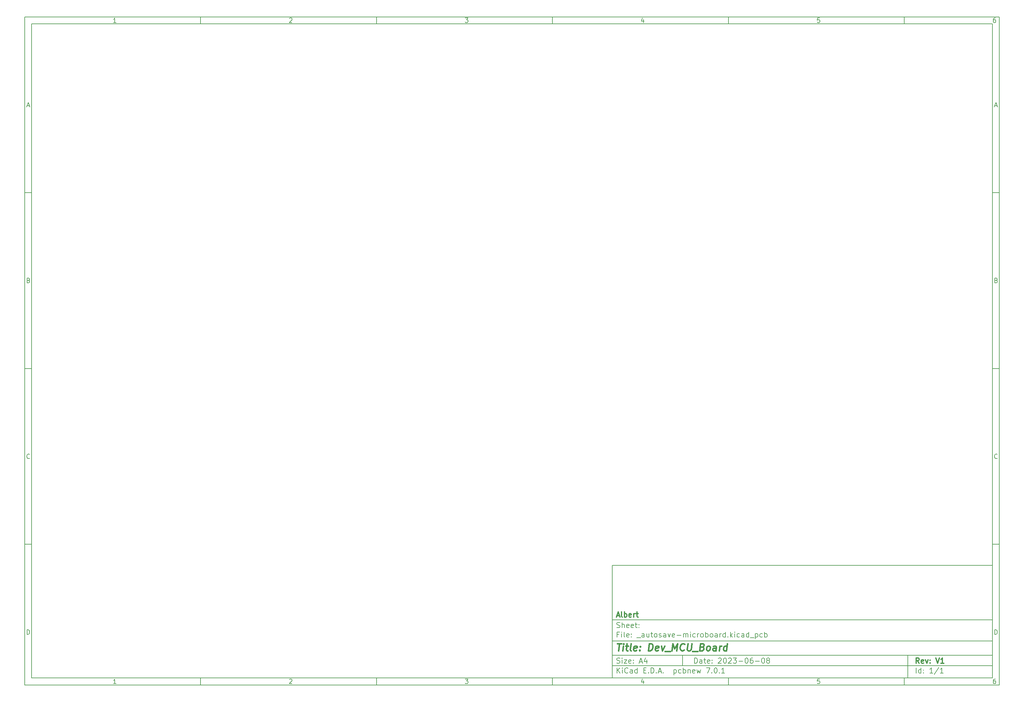
<source format=gbr>
%TF.GenerationSoftware,KiCad,Pcbnew,7.0.1*%
%TF.CreationDate,2023-06-08T12:37:54+02:00*%
%TF.ProjectId,_autosave-microboard,5f617574-6f73-4617-9665-2d6d6963726f,V1*%
%TF.SameCoordinates,Original*%
%TF.FileFunction,Legend,Bot*%
%TF.FilePolarity,Positive*%
%FSLAX46Y46*%
G04 Gerber Fmt 4.6, Leading zero omitted, Abs format (unit mm)*
G04 Created by KiCad (PCBNEW 7.0.1) date 2023-06-08 12:37:54*
%MOMM*%
%LPD*%
G01*
G04 APERTURE LIST*
%ADD10C,0.100000*%
%ADD11C,0.150000*%
%ADD12C,0.300000*%
%ADD13C,0.400000*%
G04 APERTURE END LIST*
D10*
D11*
X177002200Y-166007200D02*
X285002200Y-166007200D01*
X285002200Y-198007200D01*
X177002200Y-198007200D01*
X177002200Y-166007200D01*
D10*
D11*
X10000000Y-10000000D02*
X287002200Y-10000000D01*
X287002200Y-200007200D01*
X10000000Y-200007200D01*
X10000000Y-10000000D01*
D10*
D11*
X12000000Y-12000000D02*
X285002200Y-12000000D01*
X285002200Y-198007200D01*
X12000000Y-198007200D01*
X12000000Y-12000000D01*
D10*
D11*
X60000000Y-12000000D02*
X60000000Y-10000000D01*
D10*
D11*
X110000000Y-12000000D02*
X110000000Y-10000000D01*
D10*
D11*
X160000000Y-12000000D02*
X160000000Y-10000000D01*
D10*
D11*
X210000000Y-12000000D02*
X210000000Y-10000000D01*
D10*
D11*
X260000000Y-12000000D02*
X260000000Y-10000000D01*
D10*
D11*
X35990476Y-11601404D02*
X35247619Y-11601404D01*
X35619047Y-11601404D02*
X35619047Y-10301404D01*
X35619047Y-10301404D02*
X35495238Y-10487119D01*
X35495238Y-10487119D02*
X35371428Y-10610928D01*
X35371428Y-10610928D02*
X35247619Y-10672833D01*
D10*
D11*
X85247619Y-10425214D02*
X85309523Y-10363309D01*
X85309523Y-10363309D02*
X85433333Y-10301404D01*
X85433333Y-10301404D02*
X85742857Y-10301404D01*
X85742857Y-10301404D02*
X85866666Y-10363309D01*
X85866666Y-10363309D02*
X85928571Y-10425214D01*
X85928571Y-10425214D02*
X85990476Y-10549023D01*
X85990476Y-10549023D02*
X85990476Y-10672833D01*
X85990476Y-10672833D02*
X85928571Y-10858547D01*
X85928571Y-10858547D02*
X85185714Y-11601404D01*
X85185714Y-11601404D02*
X85990476Y-11601404D01*
D10*
D11*
X135185714Y-10301404D02*
X135990476Y-10301404D01*
X135990476Y-10301404D02*
X135557142Y-10796642D01*
X135557142Y-10796642D02*
X135742857Y-10796642D01*
X135742857Y-10796642D02*
X135866666Y-10858547D01*
X135866666Y-10858547D02*
X135928571Y-10920452D01*
X135928571Y-10920452D02*
X135990476Y-11044261D01*
X135990476Y-11044261D02*
X135990476Y-11353785D01*
X135990476Y-11353785D02*
X135928571Y-11477595D01*
X135928571Y-11477595D02*
X135866666Y-11539500D01*
X135866666Y-11539500D02*
X135742857Y-11601404D01*
X135742857Y-11601404D02*
X135371428Y-11601404D01*
X135371428Y-11601404D02*
X135247619Y-11539500D01*
X135247619Y-11539500D02*
X135185714Y-11477595D01*
D10*
D11*
X185866666Y-10734738D02*
X185866666Y-11601404D01*
X185557142Y-10239500D02*
X185247619Y-11168071D01*
X185247619Y-11168071D02*
X186052380Y-11168071D01*
D10*
D11*
X235928571Y-10301404D02*
X235309523Y-10301404D01*
X235309523Y-10301404D02*
X235247619Y-10920452D01*
X235247619Y-10920452D02*
X235309523Y-10858547D01*
X235309523Y-10858547D02*
X235433333Y-10796642D01*
X235433333Y-10796642D02*
X235742857Y-10796642D01*
X235742857Y-10796642D02*
X235866666Y-10858547D01*
X235866666Y-10858547D02*
X235928571Y-10920452D01*
X235928571Y-10920452D02*
X235990476Y-11044261D01*
X235990476Y-11044261D02*
X235990476Y-11353785D01*
X235990476Y-11353785D02*
X235928571Y-11477595D01*
X235928571Y-11477595D02*
X235866666Y-11539500D01*
X235866666Y-11539500D02*
X235742857Y-11601404D01*
X235742857Y-11601404D02*
X235433333Y-11601404D01*
X235433333Y-11601404D02*
X235309523Y-11539500D01*
X235309523Y-11539500D02*
X235247619Y-11477595D01*
D10*
D11*
X285866666Y-10301404D02*
X285619047Y-10301404D01*
X285619047Y-10301404D02*
X285495238Y-10363309D01*
X285495238Y-10363309D02*
X285433333Y-10425214D01*
X285433333Y-10425214D02*
X285309523Y-10610928D01*
X285309523Y-10610928D02*
X285247619Y-10858547D01*
X285247619Y-10858547D02*
X285247619Y-11353785D01*
X285247619Y-11353785D02*
X285309523Y-11477595D01*
X285309523Y-11477595D02*
X285371428Y-11539500D01*
X285371428Y-11539500D02*
X285495238Y-11601404D01*
X285495238Y-11601404D02*
X285742857Y-11601404D01*
X285742857Y-11601404D02*
X285866666Y-11539500D01*
X285866666Y-11539500D02*
X285928571Y-11477595D01*
X285928571Y-11477595D02*
X285990476Y-11353785D01*
X285990476Y-11353785D02*
X285990476Y-11044261D01*
X285990476Y-11044261D02*
X285928571Y-10920452D01*
X285928571Y-10920452D02*
X285866666Y-10858547D01*
X285866666Y-10858547D02*
X285742857Y-10796642D01*
X285742857Y-10796642D02*
X285495238Y-10796642D01*
X285495238Y-10796642D02*
X285371428Y-10858547D01*
X285371428Y-10858547D02*
X285309523Y-10920452D01*
X285309523Y-10920452D02*
X285247619Y-11044261D01*
D10*
D11*
X60000000Y-198007200D02*
X60000000Y-200007200D01*
D10*
D11*
X110000000Y-198007200D02*
X110000000Y-200007200D01*
D10*
D11*
X160000000Y-198007200D02*
X160000000Y-200007200D01*
D10*
D11*
X210000000Y-198007200D02*
X210000000Y-200007200D01*
D10*
D11*
X260000000Y-198007200D02*
X260000000Y-200007200D01*
D10*
D11*
X35990476Y-199608604D02*
X35247619Y-199608604D01*
X35619047Y-199608604D02*
X35619047Y-198308604D01*
X35619047Y-198308604D02*
X35495238Y-198494319D01*
X35495238Y-198494319D02*
X35371428Y-198618128D01*
X35371428Y-198618128D02*
X35247619Y-198680033D01*
D10*
D11*
X85247619Y-198432414D02*
X85309523Y-198370509D01*
X85309523Y-198370509D02*
X85433333Y-198308604D01*
X85433333Y-198308604D02*
X85742857Y-198308604D01*
X85742857Y-198308604D02*
X85866666Y-198370509D01*
X85866666Y-198370509D02*
X85928571Y-198432414D01*
X85928571Y-198432414D02*
X85990476Y-198556223D01*
X85990476Y-198556223D02*
X85990476Y-198680033D01*
X85990476Y-198680033D02*
X85928571Y-198865747D01*
X85928571Y-198865747D02*
X85185714Y-199608604D01*
X85185714Y-199608604D02*
X85990476Y-199608604D01*
D10*
D11*
X135185714Y-198308604D02*
X135990476Y-198308604D01*
X135990476Y-198308604D02*
X135557142Y-198803842D01*
X135557142Y-198803842D02*
X135742857Y-198803842D01*
X135742857Y-198803842D02*
X135866666Y-198865747D01*
X135866666Y-198865747D02*
X135928571Y-198927652D01*
X135928571Y-198927652D02*
X135990476Y-199051461D01*
X135990476Y-199051461D02*
X135990476Y-199360985D01*
X135990476Y-199360985D02*
X135928571Y-199484795D01*
X135928571Y-199484795D02*
X135866666Y-199546700D01*
X135866666Y-199546700D02*
X135742857Y-199608604D01*
X135742857Y-199608604D02*
X135371428Y-199608604D01*
X135371428Y-199608604D02*
X135247619Y-199546700D01*
X135247619Y-199546700D02*
X135185714Y-199484795D01*
D10*
D11*
X185866666Y-198741938D02*
X185866666Y-199608604D01*
X185557142Y-198246700D02*
X185247619Y-199175271D01*
X185247619Y-199175271D02*
X186052380Y-199175271D01*
D10*
D11*
X235928571Y-198308604D02*
X235309523Y-198308604D01*
X235309523Y-198308604D02*
X235247619Y-198927652D01*
X235247619Y-198927652D02*
X235309523Y-198865747D01*
X235309523Y-198865747D02*
X235433333Y-198803842D01*
X235433333Y-198803842D02*
X235742857Y-198803842D01*
X235742857Y-198803842D02*
X235866666Y-198865747D01*
X235866666Y-198865747D02*
X235928571Y-198927652D01*
X235928571Y-198927652D02*
X235990476Y-199051461D01*
X235990476Y-199051461D02*
X235990476Y-199360985D01*
X235990476Y-199360985D02*
X235928571Y-199484795D01*
X235928571Y-199484795D02*
X235866666Y-199546700D01*
X235866666Y-199546700D02*
X235742857Y-199608604D01*
X235742857Y-199608604D02*
X235433333Y-199608604D01*
X235433333Y-199608604D02*
X235309523Y-199546700D01*
X235309523Y-199546700D02*
X235247619Y-199484795D01*
D10*
D11*
X285866666Y-198308604D02*
X285619047Y-198308604D01*
X285619047Y-198308604D02*
X285495238Y-198370509D01*
X285495238Y-198370509D02*
X285433333Y-198432414D01*
X285433333Y-198432414D02*
X285309523Y-198618128D01*
X285309523Y-198618128D02*
X285247619Y-198865747D01*
X285247619Y-198865747D02*
X285247619Y-199360985D01*
X285247619Y-199360985D02*
X285309523Y-199484795D01*
X285309523Y-199484795D02*
X285371428Y-199546700D01*
X285371428Y-199546700D02*
X285495238Y-199608604D01*
X285495238Y-199608604D02*
X285742857Y-199608604D01*
X285742857Y-199608604D02*
X285866666Y-199546700D01*
X285866666Y-199546700D02*
X285928571Y-199484795D01*
X285928571Y-199484795D02*
X285990476Y-199360985D01*
X285990476Y-199360985D02*
X285990476Y-199051461D01*
X285990476Y-199051461D02*
X285928571Y-198927652D01*
X285928571Y-198927652D02*
X285866666Y-198865747D01*
X285866666Y-198865747D02*
X285742857Y-198803842D01*
X285742857Y-198803842D02*
X285495238Y-198803842D01*
X285495238Y-198803842D02*
X285371428Y-198865747D01*
X285371428Y-198865747D02*
X285309523Y-198927652D01*
X285309523Y-198927652D02*
X285247619Y-199051461D01*
D10*
D11*
X10000000Y-60000000D02*
X12000000Y-60000000D01*
D10*
D11*
X10000000Y-110000000D02*
X12000000Y-110000000D01*
D10*
D11*
X10000000Y-160000000D02*
X12000000Y-160000000D01*
D10*
D11*
X10690476Y-35229976D02*
X11309523Y-35229976D01*
X10566666Y-35601404D02*
X10999999Y-34301404D01*
X10999999Y-34301404D02*
X11433333Y-35601404D01*
D10*
D11*
X11092857Y-84920452D02*
X11278571Y-84982357D01*
X11278571Y-84982357D02*
X11340476Y-85044261D01*
X11340476Y-85044261D02*
X11402380Y-85168071D01*
X11402380Y-85168071D02*
X11402380Y-85353785D01*
X11402380Y-85353785D02*
X11340476Y-85477595D01*
X11340476Y-85477595D02*
X11278571Y-85539500D01*
X11278571Y-85539500D02*
X11154761Y-85601404D01*
X11154761Y-85601404D02*
X10659523Y-85601404D01*
X10659523Y-85601404D02*
X10659523Y-84301404D01*
X10659523Y-84301404D02*
X11092857Y-84301404D01*
X11092857Y-84301404D02*
X11216666Y-84363309D01*
X11216666Y-84363309D02*
X11278571Y-84425214D01*
X11278571Y-84425214D02*
X11340476Y-84549023D01*
X11340476Y-84549023D02*
X11340476Y-84672833D01*
X11340476Y-84672833D02*
X11278571Y-84796642D01*
X11278571Y-84796642D02*
X11216666Y-84858547D01*
X11216666Y-84858547D02*
X11092857Y-84920452D01*
X11092857Y-84920452D02*
X10659523Y-84920452D01*
D10*
D11*
X11402380Y-135477595D02*
X11340476Y-135539500D01*
X11340476Y-135539500D02*
X11154761Y-135601404D01*
X11154761Y-135601404D02*
X11030952Y-135601404D01*
X11030952Y-135601404D02*
X10845238Y-135539500D01*
X10845238Y-135539500D02*
X10721428Y-135415690D01*
X10721428Y-135415690D02*
X10659523Y-135291880D01*
X10659523Y-135291880D02*
X10597619Y-135044261D01*
X10597619Y-135044261D02*
X10597619Y-134858547D01*
X10597619Y-134858547D02*
X10659523Y-134610928D01*
X10659523Y-134610928D02*
X10721428Y-134487119D01*
X10721428Y-134487119D02*
X10845238Y-134363309D01*
X10845238Y-134363309D02*
X11030952Y-134301404D01*
X11030952Y-134301404D02*
X11154761Y-134301404D01*
X11154761Y-134301404D02*
X11340476Y-134363309D01*
X11340476Y-134363309D02*
X11402380Y-134425214D01*
D10*
D11*
X10659523Y-185601404D02*
X10659523Y-184301404D01*
X10659523Y-184301404D02*
X10969047Y-184301404D01*
X10969047Y-184301404D02*
X11154761Y-184363309D01*
X11154761Y-184363309D02*
X11278571Y-184487119D01*
X11278571Y-184487119D02*
X11340476Y-184610928D01*
X11340476Y-184610928D02*
X11402380Y-184858547D01*
X11402380Y-184858547D02*
X11402380Y-185044261D01*
X11402380Y-185044261D02*
X11340476Y-185291880D01*
X11340476Y-185291880D02*
X11278571Y-185415690D01*
X11278571Y-185415690D02*
X11154761Y-185539500D01*
X11154761Y-185539500D02*
X10969047Y-185601404D01*
X10969047Y-185601404D02*
X10659523Y-185601404D01*
D10*
D11*
X287002200Y-60000000D02*
X285002200Y-60000000D01*
D10*
D11*
X287002200Y-110000000D02*
X285002200Y-110000000D01*
D10*
D11*
X287002200Y-160000000D02*
X285002200Y-160000000D01*
D10*
D11*
X285692676Y-35229976D02*
X286311723Y-35229976D01*
X285568866Y-35601404D02*
X286002199Y-34301404D01*
X286002199Y-34301404D02*
X286435533Y-35601404D01*
D10*
D11*
X286095057Y-84920452D02*
X286280771Y-84982357D01*
X286280771Y-84982357D02*
X286342676Y-85044261D01*
X286342676Y-85044261D02*
X286404580Y-85168071D01*
X286404580Y-85168071D02*
X286404580Y-85353785D01*
X286404580Y-85353785D02*
X286342676Y-85477595D01*
X286342676Y-85477595D02*
X286280771Y-85539500D01*
X286280771Y-85539500D02*
X286156961Y-85601404D01*
X286156961Y-85601404D02*
X285661723Y-85601404D01*
X285661723Y-85601404D02*
X285661723Y-84301404D01*
X285661723Y-84301404D02*
X286095057Y-84301404D01*
X286095057Y-84301404D02*
X286218866Y-84363309D01*
X286218866Y-84363309D02*
X286280771Y-84425214D01*
X286280771Y-84425214D02*
X286342676Y-84549023D01*
X286342676Y-84549023D02*
X286342676Y-84672833D01*
X286342676Y-84672833D02*
X286280771Y-84796642D01*
X286280771Y-84796642D02*
X286218866Y-84858547D01*
X286218866Y-84858547D02*
X286095057Y-84920452D01*
X286095057Y-84920452D02*
X285661723Y-84920452D01*
D10*
D11*
X286404580Y-135477595D02*
X286342676Y-135539500D01*
X286342676Y-135539500D02*
X286156961Y-135601404D01*
X286156961Y-135601404D02*
X286033152Y-135601404D01*
X286033152Y-135601404D02*
X285847438Y-135539500D01*
X285847438Y-135539500D02*
X285723628Y-135415690D01*
X285723628Y-135415690D02*
X285661723Y-135291880D01*
X285661723Y-135291880D02*
X285599819Y-135044261D01*
X285599819Y-135044261D02*
X285599819Y-134858547D01*
X285599819Y-134858547D02*
X285661723Y-134610928D01*
X285661723Y-134610928D02*
X285723628Y-134487119D01*
X285723628Y-134487119D02*
X285847438Y-134363309D01*
X285847438Y-134363309D02*
X286033152Y-134301404D01*
X286033152Y-134301404D02*
X286156961Y-134301404D01*
X286156961Y-134301404D02*
X286342676Y-134363309D01*
X286342676Y-134363309D02*
X286404580Y-134425214D01*
D10*
D11*
X285661723Y-185601404D02*
X285661723Y-184301404D01*
X285661723Y-184301404D02*
X285971247Y-184301404D01*
X285971247Y-184301404D02*
X286156961Y-184363309D01*
X286156961Y-184363309D02*
X286280771Y-184487119D01*
X286280771Y-184487119D02*
X286342676Y-184610928D01*
X286342676Y-184610928D02*
X286404580Y-184858547D01*
X286404580Y-184858547D02*
X286404580Y-185044261D01*
X286404580Y-185044261D02*
X286342676Y-185291880D01*
X286342676Y-185291880D02*
X286280771Y-185415690D01*
X286280771Y-185415690D02*
X286156961Y-185539500D01*
X286156961Y-185539500D02*
X285971247Y-185601404D01*
X285971247Y-185601404D02*
X285661723Y-185601404D01*
D10*
D11*
X200359342Y-193801128D02*
X200359342Y-192301128D01*
X200359342Y-192301128D02*
X200716485Y-192301128D01*
X200716485Y-192301128D02*
X200930771Y-192372557D01*
X200930771Y-192372557D02*
X201073628Y-192515414D01*
X201073628Y-192515414D02*
X201145057Y-192658271D01*
X201145057Y-192658271D02*
X201216485Y-192943985D01*
X201216485Y-192943985D02*
X201216485Y-193158271D01*
X201216485Y-193158271D02*
X201145057Y-193443985D01*
X201145057Y-193443985D02*
X201073628Y-193586842D01*
X201073628Y-193586842D02*
X200930771Y-193729700D01*
X200930771Y-193729700D02*
X200716485Y-193801128D01*
X200716485Y-193801128D02*
X200359342Y-193801128D01*
X202502200Y-193801128D02*
X202502200Y-193015414D01*
X202502200Y-193015414D02*
X202430771Y-192872557D01*
X202430771Y-192872557D02*
X202287914Y-192801128D01*
X202287914Y-192801128D02*
X202002200Y-192801128D01*
X202002200Y-192801128D02*
X201859342Y-192872557D01*
X202502200Y-193729700D02*
X202359342Y-193801128D01*
X202359342Y-193801128D02*
X202002200Y-193801128D01*
X202002200Y-193801128D02*
X201859342Y-193729700D01*
X201859342Y-193729700D02*
X201787914Y-193586842D01*
X201787914Y-193586842D02*
X201787914Y-193443985D01*
X201787914Y-193443985D02*
X201859342Y-193301128D01*
X201859342Y-193301128D02*
X202002200Y-193229700D01*
X202002200Y-193229700D02*
X202359342Y-193229700D01*
X202359342Y-193229700D02*
X202502200Y-193158271D01*
X203002200Y-192801128D02*
X203573628Y-192801128D01*
X203216485Y-192301128D02*
X203216485Y-193586842D01*
X203216485Y-193586842D02*
X203287914Y-193729700D01*
X203287914Y-193729700D02*
X203430771Y-193801128D01*
X203430771Y-193801128D02*
X203573628Y-193801128D01*
X204645057Y-193729700D02*
X204502200Y-193801128D01*
X204502200Y-193801128D02*
X204216486Y-193801128D01*
X204216486Y-193801128D02*
X204073628Y-193729700D01*
X204073628Y-193729700D02*
X204002200Y-193586842D01*
X204002200Y-193586842D02*
X204002200Y-193015414D01*
X204002200Y-193015414D02*
X204073628Y-192872557D01*
X204073628Y-192872557D02*
X204216486Y-192801128D01*
X204216486Y-192801128D02*
X204502200Y-192801128D01*
X204502200Y-192801128D02*
X204645057Y-192872557D01*
X204645057Y-192872557D02*
X204716486Y-193015414D01*
X204716486Y-193015414D02*
X204716486Y-193158271D01*
X204716486Y-193158271D02*
X204002200Y-193301128D01*
X205359342Y-193658271D02*
X205430771Y-193729700D01*
X205430771Y-193729700D02*
X205359342Y-193801128D01*
X205359342Y-193801128D02*
X205287914Y-193729700D01*
X205287914Y-193729700D02*
X205359342Y-193658271D01*
X205359342Y-193658271D02*
X205359342Y-193801128D01*
X205359342Y-192872557D02*
X205430771Y-192943985D01*
X205430771Y-192943985D02*
X205359342Y-193015414D01*
X205359342Y-193015414D02*
X205287914Y-192943985D01*
X205287914Y-192943985D02*
X205359342Y-192872557D01*
X205359342Y-192872557D02*
X205359342Y-193015414D01*
X207145057Y-192443985D02*
X207216485Y-192372557D01*
X207216485Y-192372557D02*
X207359343Y-192301128D01*
X207359343Y-192301128D02*
X207716485Y-192301128D01*
X207716485Y-192301128D02*
X207859343Y-192372557D01*
X207859343Y-192372557D02*
X207930771Y-192443985D01*
X207930771Y-192443985D02*
X208002200Y-192586842D01*
X208002200Y-192586842D02*
X208002200Y-192729700D01*
X208002200Y-192729700D02*
X207930771Y-192943985D01*
X207930771Y-192943985D02*
X207073628Y-193801128D01*
X207073628Y-193801128D02*
X208002200Y-193801128D01*
X208930771Y-192301128D02*
X209073628Y-192301128D01*
X209073628Y-192301128D02*
X209216485Y-192372557D01*
X209216485Y-192372557D02*
X209287914Y-192443985D01*
X209287914Y-192443985D02*
X209359342Y-192586842D01*
X209359342Y-192586842D02*
X209430771Y-192872557D01*
X209430771Y-192872557D02*
X209430771Y-193229700D01*
X209430771Y-193229700D02*
X209359342Y-193515414D01*
X209359342Y-193515414D02*
X209287914Y-193658271D01*
X209287914Y-193658271D02*
X209216485Y-193729700D01*
X209216485Y-193729700D02*
X209073628Y-193801128D01*
X209073628Y-193801128D02*
X208930771Y-193801128D01*
X208930771Y-193801128D02*
X208787914Y-193729700D01*
X208787914Y-193729700D02*
X208716485Y-193658271D01*
X208716485Y-193658271D02*
X208645056Y-193515414D01*
X208645056Y-193515414D02*
X208573628Y-193229700D01*
X208573628Y-193229700D02*
X208573628Y-192872557D01*
X208573628Y-192872557D02*
X208645056Y-192586842D01*
X208645056Y-192586842D02*
X208716485Y-192443985D01*
X208716485Y-192443985D02*
X208787914Y-192372557D01*
X208787914Y-192372557D02*
X208930771Y-192301128D01*
X210002199Y-192443985D02*
X210073627Y-192372557D01*
X210073627Y-192372557D02*
X210216485Y-192301128D01*
X210216485Y-192301128D02*
X210573627Y-192301128D01*
X210573627Y-192301128D02*
X210716485Y-192372557D01*
X210716485Y-192372557D02*
X210787913Y-192443985D01*
X210787913Y-192443985D02*
X210859342Y-192586842D01*
X210859342Y-192586842D02*
X210859342Y-192729700D01*
X210859342Y-192729700D02*
X210787913Y-192943985D01*
X210787913Y-192943985D02*
X209930770Y-193801128D01*
X209930770Y-193801128D02*
X210859342Y-193801128D01*
X211359341Y-192301128D02*
X212287913Y-192301128D01*
X212287913Y-192301128D02*
X211787913Y-192872557D01*
X211787913Y-192872557D02*
X212002198Y-192872557D01*
X212002198Y-192872557D02*
X212145056Y-192943985D01*
X212145056Y-192943985D02*
X212216484Y-193015414D01*
X212216484Y-193015414D02*
X212287913Y-193158271D01*
X212287913Y-193158271D02*
X212287913Y-193515414D01*
X212287913Y-193515414D02*
X212216484Y-193658271D01*
X212216484Y-193658271D02*
X212145056Y-193729700D01*
X212145056Y-193729700D02*
X212002198Y-193801128D01*
X212002198Y-193801128D02*
X211573627Y-193801128D01*
X211573627Y-193801128D02*
X211430770Y-193729700D01*
X211430770Y-193729700D02*
X211359341Y-193658271D01*
X212930769Y-193229700D02*
X214073627Y-193229700D01*
X215073627Y-192301128D02*
X215216484Y-192301128D01*
X215216484Y-192301128D02*
X215359341Y-192372557D01*
X215359341Y-192372557D02*
X215430770Y-192443985D01*
X215430770Y-192443985D02*
X215502198Y-192586842D01*
X215502198Y-192586842D02*
X215573627Y-192872557D01*
X215573627Y-192872557D02*
X215573627Y-193229700D01*
X215573627Y-193229700D02*
X215502198Y-193515414D01*
X215502198Y-193515414D02*
X215430770Y-193658271D01*
X215430770Y-193658271D02*
X215359341Y-193729700D01*
X215359341Y-193729700D02*
X215216484Y-193801128D01*
X215216484Y-193801128D02*
X215073627Y-193801128D01*
X215073627Y-193801128D02*
X214930770Y-193729700D01*
X214930770Y-193729700D02*
X214859341Y-193658271D01*
X214859341Y-193658271D02*
X214787912Y-193515414D01*
X214787912Y-193515414D02*
X214716484Y-193229700D01*
X214716484Y-193229700D02*
X214716484Y-192872557D01*
X214716484Y-192872557D02*
X214787912Y-192586842D01*
X214787912Y-192586842D02*
X214859341Y-192443985D01*
X214859341Y-192443985D02*
X214930770Y-192372557D01*
X214930770Y-192372557D02*
X215073627Y-192301128D01*
X216859341Y-192301128D02*
X216573626Y-192301128D01*
X216573626Y-192301128D02*
X216430769Y-192372557D01*
X216430769Y-192372557D02*
X216359341Y-192443985D01*
X216359341Y-192443985D02*
X216216483Y-192658271D01*
X216216483Y-192658271D02*
X216145055Y-192943985D01*
X216145055Y-192943985D02*
X216145055Y-193515414D01*
X216145055Y-193515414D02*
X216216483Y-193658271D01*
X216216483Y-193658271D02*
X216287912Y-193729700D01*
X216287912Y-193729700D02*
X216430769Y-193801128D01*
X216430769Y-193801128D02*
X216716483Y-193801128D01*
X216716483Y-193801128D02*
X216859341Y-193729700D01*
X216859341Y-193729700D02*
X216930769Y-193658271D01*
X216930769Y-193658271D02*
X217002198Y-193515414D01*
X217002198Y-193515414D02*
X217002198Y-193158271D01*
X217002198Y-193158271D02*
X216930769Y-193015414D01*
X216930769Y-193015414D02*
X216859341Y-192943985D01*
X216859341Y-192943985D02*
X216716483Y-192872557D01*
X216716483Y-192872557D02*
X216430769Y-192872557D01*
X216430769Y-192872557D02*
X216287912Y-192943985D01*
X216287912Y-192943985D02*
X216216483Y-193015414D01*
X216216483Y-193015414D02*
X216145055Y-193158271D01*
X217645054Y-193229700D02*
X218787912Y-193229700D01*
X219787912Y-192301128D02*
X219930769Y-192301128D01*
X219930769Y-192301128D02*
X220073626Y-192372557D01*
X220073626Y-192372557D02*
X220145055Y-192443985D01*
X220145055Y-192443985D02*
X220216483Y-192586842D01*
X220216483Y-192586842D02*
X220287912Y-192872557D01*
X220287912Y-192872557D02*
X220287912Y-193229700D01*
X220287912Y-193229700D02*
X220216483Y-193515414D01*
X220216483Y-193515414D02*
X220145055Y-193658271D01*
X220145055Y-193658271D02*
X220073626Y-193729700D01*
X220073626Y-193729700D02*
X219930769Y-193801128D01*
X219930769Y-193801128D02*
X219787912Y-193801128D01*
X219787912Y-193801128D02*
X219645055Y-193729700D01*
X219645055Y-193729700D02*
X219573626Y-193658271D01*
X219573626Y-193658271D02*
X219502197Y-193515414D01*
X219502197Y-193515414D02*
X219430769Y-193229700D01*
X219430769Y-193229700D02*
X219430769Y-192872557D01*
X219430769Y-192872557D02*
X219502197Y-192586842D01*
X219502197Y-192586842D02*
X219573626Y-192443985D01*
X219573626Y-192443985D02*
X219645055Y-192372557D01*
X219645055Y-192372557D02*
X219787912Y-192301128D01*
X221145054Y-192943985D02*
X221002197Y-192872557D01*
X221002197Y-192872557D02*
X220930768Y-192801128D01*
X220930768Y-192801128D02*
X220859340Y-192658271D01*
X220859340Y-192658271D02*
X220859340Y-192586842D01*
X220859340Y-192586842D02*
X220930768Y-192443985D01*
X220930768Y-192443985D02*
X221002197Y-192372557D01*
X221002197Y-192372557D02*
X221145054Y-192301128D01*
X221145054Y-192301128D02*
X221430768Y-192301128D01*
X221430768Y-192301128D02*
X221573626Y-192372557D01*
X221573626Y-192372557D02*
X221645054Y-192443985D01*
X221645054Y-192443985D02*
X221716483Y-192586842D01*
X221716483Y-192586842D02*
X221716483Y-192658271D01*
X221716483Y-192658271D02*
X221645054Y-192801128D01*
X221645054Y-192801128D02*
X221573626Y-192872557D01*
X221573626Y-192872557D02*
X221430768Y-192943985D01*
X221430768Y-192943985D02*
X221145054Y-192943985D01*
X221145054Y-192943985D02*
X221002197Y-193015414D01*
X221002197Y-193015414D02*
X220930768Y-193086842D01*
X220930768Y-193086842D02*
X220859340Y-193229700D01*
X220859340Y-193229700D02*
X220859340Y-193515414D01*
X220859340Y-193515414D02*
X220930768Y-193658271D01*
X220930768Y-193658271D02*
X221002197Y-193729700D01*
X221002197Y-193729700D02*
X221145054Y-193801128D01*
X221145054Y-193801128D02*
X221430768Y-193801128D01*
X221430768Y-193801128D02*
X221573626Y-193729700D01*
X221573626Y-193729700D02*
X221645054Y-193658271D01*
X221645054Y-193658271D02*
X221716483Y-193515414D01*
X221716483Y-193515414D02*
X221716483Y-193229700D01*
X221716483Y-193229700D02*
X221645054Y-193086842D01*
X221645054Y-193086842D02*
X221573626Y-193015414D01*
X221573626Y-193015414D02*
X221430768Y-192943985D01*
D10*
D11*
X177002200Y-194507200D02*
X285002200Y-194507200D01*
D10*
D11*
X178359342Y-196601128D02*
X178359342Y-195101128D01*
X179216485Y-196601128D02*
X178573628Y-195743985D01*
X179216485Y-195101128D02*
X178359342Y-195958271D01*
X179859342Y-196601128D02*
X179859342Y-195601128D01*
X179859342Y-195101128D02*
X179787914Y-195172557D01*
X179787914Y-195172557D02*
X179859342Y-195243985D01*
X179859342Y-195243985D02*
X179930771Y-195172557D01*
X179930771Y-195172557D02*
X179859342Y-195101128D01*
X179859342Y-195101128D02*
X179859342Y-195243985D01*
X181430771Y-196458271D02*
X181359343Y-196529700D01*
X181359343Y-196529700D02*
X181145057Y-196601128D01*
X181145057Y-196601128D02*
X181002200Y-196601128D01*
X181002200Y-196601128D02*
X180787914Y-196529700D01*
X180787914Y-196529700D02*
X180645057Y-196386842D01*
X180645057Y-196386842D02*
X180573628Y-196243985D01*
X180573628Y-196243985D02*
X180502200Y-195958271D01*
X180502200Y-195958271D02*
X180502200Y-195743985D01*
X180502200Y-195743985D02*
X180573628Y-195458271D01*
X180573628Y-195458271D02*
X180645057Y-195315414D01*
X180645057Y-195315414D02*
X180787914Y-195172557D01*
X180787914Y-195172557D02*
X181002200Y-195101128D01*
X181002200Y-195101128D02*
X181145057Y-195101128D01*
X181145057Y-195101128D02*
X181359343Y-195172557D01*
X181359343Y-195172557D02*
X181430771Y-195243985D01*
X182716486Y-196601128D02*
X182716486Y-195815414D01*
X182716486Y-195815414D02*
X182645057Y-195672557D01*
X182645057Y-195672557D02*
X182502200Y-195601128D01*
X182502200Y-195601128D02*
X182216486Y-195601128D01*
X182216486Y-195601128D02*
X182073628Y-195672557D01*
X182716486Y-196529700D02*
X182573628Y-196601128D01*
X182573628Y-196601128D02*
X182216486Y-196601128D01*
X182216486Y-196601128D02*
X182073628Y-196529700D01*
X182073628Y-196529700D02*
X182002200Y-196386842D01*
X182002200Y-196386842D02*
X182002200Y-196243985D01*
X182002200Y-196243985D02*
X182073628Y-196101128D01*
X182073628Y-196101128D02*
X182216486Y-196029700D01*
X182216486Y-196029700D02*
X182573628Y-196029700D01*
X182573628Y-196029700D02*
X182716486Y-195958271D01*
X184073629Y-196601128D02*
X184073629Y-195101128D01*
X184073629Y-196529700D02*
X183930771Y-196601128D01*
X183930771Y-196601128D02*
X183645057Y-196601128D01*
X183645057Y-196601128D02*
X183502200Y-196529700D01*
X183502200Y-196529700D02*
X183430771Y-196458271D01*
X183430771Y-196458271D02*
X183359343Y-196315414D01*
X183359343Y-196315414D02*
X183359343Y-195886842D01*
X183359343Y-195886842D02*
X183430771Y-195743985D01*
X183430771Y-195743985D02*
X183502200Y-195672557D01*
X183502200Y-195672557D02*
X183645057Y-195601128D01*
X183645057Y-195601128D02*
X183930771Y-195601128D01*
X183930771Y-195601128D02*
X184073629Y-195672557D01*
X185930771Y-195815414D02*
X186430771Y-195815414D01*
X186645057Y-196601128D02*
X185930771Y-196601128D01*
X185930771Y-196601128D02*
X185930771Y-195101128D01*
X185930771Y-195101128D02*
X186645057Y-195101128D01*
X187287914Y-196458271D02*
X187359343Y-196529700D01*
X187359343Y-196529700D02*
X187287914Y-196601128D01*
X187287914Y-196601128D02*
X187216486Y-196529700D01*
X187216486Y-196529700D02*
X187287914Y-196458271D01*
X187287914Y-196458271D02*
X187287914Y-196601128D01*
X188002200Y-196601128D02*
X188002200Y-195101128D01*
X188002200Y-195101128D02*
X188359343Y-195101128D01*
X188359343Y-195101128D02*
X188573629Y-195172557D01*
X188573629Y-195172557D02*
X188716486Y-195315414D01*
X188716486Y-195315414D02*
X188787915Y-195458271D01*
X188787915Y-195458271D02*
X188859343Y-195743985D01*
X188859343Y-195743985D02*
X188859343Y-195958271D01*
X188859343Y-195958271D02*
X188787915Y-196243985D01*
X188787915Y-196243985D02*
X188716486Y-196386842D01*
X188716486Y-196386842D02*
X188573629Y-196529700D01*
X188573629Y-196529700D02*
X188359343Y-196601128D01*
X188359343Y-196601128D02*
X188002200Y-196601128D01*
X189502200Y-196458271D02*
X189573629Y-196529700D01*
X189573629Y-196529700D02*
X189502200Y-196601128D01*
X189502200Y-196601128D02*
X189430772Y-196529700D01*
X189430772Y-196529700D02*
X189502200Y-196458271D01*
X189502200Y-196458271D02*
X189502200Y-196601128D01*
X190145058Y-196172557D02*
X190859344Y-196172557D01*
X190002201Y-196601128D02*
X190502201Y-195101128D01*
X190502201Y-195101128D02*
X191002201Y-196601128D01*
X191502200Y-196458271D02*
X191573629Y-196529700D01*
X191573629Y-196529700D02*
X191502200Y-196601128D01*
X191502200Y-196601128D02*
X191430772Y-196529700D01*
X191430772Y-196529700D02*
X191502200Y-196458271D01*
X191502200Y-196458271D02*
X191502200Y-196601128D01*
X194502200Y-195601128D02*
X194502200Y-197101128D01*
X194502200Y-195672557D02*
X194645058Y-195601128D01*
X194645058Y-195601128D02*
X194930772Y-195601128D01*
X194930772Y-195601128D02*
X195073629Y-195672557D01*
X195073629Y-195672557D02*
X195145058Y-195743985D01*
X195145058Y-195743985D02*
X195216486Y-195886842D01*
X195216486Y-195886842D02*
X195216486Y-196315414D01*
X195216486Y-196315414D02*
X195145058Y-196458271D01*
X195145058Y-196458271D02*
X195073629Y-196529700D01*
X195073629Y-196529700D02*
X194930772Y-196601128D01*
X194930772Y-196601128D02*
X194645058Y-196601128D01*
X194645058Y-196601128D02*
X194502200Y-196529700D01*
X196502201Y-196529700D02*
X196359343Y-196601128D01*
X196359343Y-196601128D02*
X196073629Y-196601128D01*
X196073629Y-196601128D02*
X195930772Y-196529700D01*
X195930772Y-196529700D02*
X195859343Y-196458271D01*
X195859343Y-196458271D02*
X195787915Y-196315414D01*
X195787915Y-196315414D02*
X195787915Y-195886842D01*
X195787915Y-195886842D02*
X195859343Y-195743985D01*
X195859343Y-195743985D02*
X195930772Y-195672557D01*
X195930772Y-195672557D02*
X196073629Y-195601128D01*
X196073629Y-195601128D02*
X196359343Y-195601128D01*
X196359343Y-195601128D02*
X196502201Y-195672557D01*
X197145057Y-196601128D02*
X197145057Y-195101128D01*
X197145057Y-195672557D02*
X197287915Y-195601128D01*
X197287915Y-195601128D02*
X197573629Y-195601128D01*
X197573629Y-195601128D02*
X197716486Y-195672557D01*
X197716486Y-195672557D02*
X197787915Y-195743985D01*
X197787915Y-195743985D02*
X197859343Y-195886842D01*
X197859343Y-195886842D02*
X197859343Y-196315414D01*
X197859343Y-196315414D02*
X197787915Y-196458271D01*
X197787915Y-196458271D02*
X197716486Y-196529700D01*
X197716486Y-196529700D02*
X197573629Y-196601128D01*
X197573629Y-196601128D02*
X197287915Y-196601128D01*
X197287915Y-196601128D02*
X197145057Y-196529700D01*
X198502200Y-195601128D02*
X198502200Y-196601128D01*
X198502200Y-195743985D02*
X198573629Y-195672557D01*
X198573629Y-195672557D02*
X198716486Y-195601128D01*
X198716486Y-195601128D02*
X198930772Y-195601128D01*
X198930772Y-195601128D02*
X199073629Y-195672557D01*
X199073629Y-195672557D02*
X199145058Y-195815414D01*
X199145058Y-195815414D02*
X199145058Y-196601128D01*
X200430772Y-196529700D02*
X200287915Y-196601128D01*
X200287915Y-196601128D02*
X200002201Y-196601128D01*
X200002201Y-196601128D02*
X199859343Y-196529700D01*
X199859343Y-196529700D02*
X199787915Y-196386842D01*
X199787915Y-196386842D02*
X199787915Y-195815414D01*
X199787915Y-195815414D02*
X199859343Y-195672557D01*
X199859343Y-195672557D02*
X200002201Y-195601128D01*
X200002201Y-195601128D02*
X200287915Y-195601128D01*
X200287915Y-195601128D02*
X200430772Y-195672557D01*
X200430772Y-195672557D02*
X200502201Y-195815414D01*
X200502201Y-195815414D02*
X200502201Y-195958271D01*
X200502201Y-195958271D02*
X199787915Y-196101128D01*
X201002200Y-195601128D02*
X201287915Y-196601128D01*
X201287915Y-196601128D02*
X201573629Y-195886842D01*
X201573629Y-195886842D02*
X201859343Y-196601128D01*
X201859343Y-196601128D02*
X202145057Y-195601128D01*
X203716486Y-195101128D02*
X204716486Y-195101128D01*
X204716486Y-195101128D02*
X204073629Y-196601128D01*
X205287914Y-196458271D02*
X205359343Y-196529700D01*
X205359343Y-196529700D02*
X205287914Y-196601128D01*
X205287914Y-196601128D02*
X205216486Y-196529700D01*
X205216486Y-196529700D02*
X205287914Y-196458271D01*
X205287914Y-196458271D02*
X205287914Y-196601128D01*
X206287915Y-195101128D02*
X206430772Y-195101128D01*
X206430772Y-195101128D02*
X206573629Y-195172557D01*
X206573629Y-195172557D02*
X206645058Y-195243985D01*
X206645058Y-195243985D02*
X206716486Y-195386842D01*
X206716486Y-195386842D02*
X206787915Y-195672557D01*
X206787915Y-195672557D02*
X206787915Y-196029700D01*
X206787915Y-196029700D02*
X206716486Y-196315414D01*
X206716486Y-196315414D02*
X206645058Y-196458271D01*
X206645058Y-196458271D02*
X206573629Y-196529700D01*
X206573629Y-196529700D02*
X206430772Y-196601128D01*
X206430772Y-196601128D02*
X206287915Y-196601128D01*
X206287915Y-196601128D02*
X206145058Y-196529700D01*
X206145058Y-196529700D02*
X206073629Y-196458271D01*
X206073629Y-196458271D02*
X206002200Y-196315414D01*
X206002200Y-196315414D02*
X205930772Y-196029700D01*
X205930772Y-196029700D02*
X205930772Y-195672557D01*
X205930772Y-195672557D02*
X206002200Y-195386842D01*
X206002200Y-195386842D02*
X206073629Y-195243985D01*
X206073629Y-195243985D02*
X206145058Y-195172557D01*
X206145058Y-195172557D02*
X206287915Y-195101128D01*
X207430771Y-196458271D02*
X207502200Y-196529700D01*
X207502200Y-196529700D02*
X207430771Y-196601128D01*
X207430771Y-196601128D02*
X207359343Y-196529700D01*
X207359343Y-196529700D02*
X207430771Y-196458271D01*
X207430771Y-196458271D02*
X207430771Y-196601128D01*
X208930772Y-196601128D02*
X208073629Y-196601128D01*
X208502200Y-196601128D02*
X208502200Y-195101128D01*
X208502200Y-195101128D02*
X208359343Y-195315414D01*
X208359343Y-195315414D02*
X208216486Y-195458271D01*
X208216486Y-195458271D02*
X208073629Y-195529700D01*
D10*
D11*
X177002200Y-191507200D02*
X285002200Y-191507200D01*
D10*
D12*
X264216485Y-193801128D02*
X263716485Y-193086842D01*
X263359342Y-193801128D02*
X263359342Y-192301128D01*
X263359342Y-192301128D02*
X263930771Y-192301128D01*
X263930771Y-192301128D02*
X264073628Y-192372557D01*
X264073628Y-192372557D02*
X264145057Y-192443985D01*
X264145057Y-192443985D02*
X264216485Y-192586842D01*
X264216485Y-192586842D02*
X264216485Y-192801128D01*
X264216485Y-192801128D02*
X264145057Y-192943985D01*
X264145057Y-192943985D02*
X264073628Y-193015414D01*
X264073628Y-193015414D02*
X263930771Y-193086842D01*
X263930771Y-193086842D02*
X263359342Y-193086842D01*
X265430771Y-193729700D02*
X265287914Y-193801128D01*
X265287914Y-193801128D02*
X265002200Y-193801128D01*
X265002200Y-193801128D02*
X264859342Y-193729700D01*
X264859342Y-193729700D02*
X264787914Y-193586842D01*
X264787914Y-193586842D02*
X264787914Y-193015414D01*
X264787914Y-193015414D02*
X264859342Y-192872557D01*
X264859342Y-192872557D02*
X265002200Y-192801128D01*
X265002200Y-192801128D02*
X265287914Y-192801128D01*
X265287914Y-192801128D02*
X265430771Y-192872557D01*
X265430771Y-192872557D02*
X265502200Y-193015414D01*
X265502200Y-193015414D02*
X265502200Y-193158271D01*
X265502200Y-193158271D02*
X264787914Y-193301128D01*
X266002199Y-192801128D02*
X266359342Y-193801128D01*
X266359342Y-193801128D02*
X266716485Y-192801128D01*
X267287913Y-193658271D02*
X267359342Y-193729700D01*
X267359342Y-193729700D02*
X267287913Y-193801128D01*
X267287913Y-193801128D02*
X267216485Y-193729700D01*
X267216485Y-193729700D02*
X267287913Y-193658271D01*
X267287913Y-193658271D02*
X267287913Y-193801128D01*
X267287913Y-192872557D02*
X267359342Y-192943985D01*
X267359342Y-192943985D02*
X267287913Y-193015414D01*
X267287913Y-193015414D02*
X267216485Y-192943985D01*
X267216485Y-192943985D02*
X267287913Y-192872557D01*
X267287913Y-192872557D02*
X267287913Y-193015414D01*
X268930771Y-192301128D02*
X269430771Y-193801128D01*
X269430771Y-193801128D02*
X269930771Y-192301128D01*
X271216485Y-193801128D02*
X270359342Y-193801128D01*
X270787913Y-193801128D02*
X270787913Y-192301128D01*
X270787913Y-192301128D02*
X270645056Y-192515414D01*
X270645056Y-192515414D02*
X270502199Y-192658271D01*
X270502199Y-192658271D02*
X270359342Y-192729700D01*
D10*
D11*
X178287914Y-193729700D02*
X178502200Y-193801128D01*
X178502200Y-193801128D02*
X178859342Y-193801128D01*
X178859342Y-193801128D02*
X179002200Y-193729700D01*
X179002200Y-193729700D02*
X179073628Y-193658271D01*
X179073628Y-193658271D02*
X179145057Y-193515414D01*
X179145057Y-193515414D02*
X179145057Y-193372557D01*
X179145057Y-193372557D02*
X179073628Y-193229700D01*
X179073628Y-193229700D02*
X179002200Y-193158271D01*
X179002200Y-193158271D02*
X178859342Y-193086842D01*
X178859342Y-193086842D02*
X178573628Y-193015414D01*
X178573628Y-193015414D02*
X178430771Y-192943985D01*
X178430771Y-192943985D02*
X178359342Y-192872557D01*
X178359342Y-192872557D02*
X178287914Y-192729700D01*
X178287914Y-192729700D02*
X178287914Y-192586842D01*
X178287914Y-192586842D02*
X178359342Y-192443985D01*
X178359342Y-192443985D02*
X178430771Y-192372557D01*
X178430771Y-192372557D02*
X178573628Y-192301128D01*
X178573628Y-192301128D02*
X178930771Y-192301128D01*
X178930771Y-192301128D02*
X179145057Y-192372557D01*
X179787913Y-193801128D02*
X179787913Y-192801128D01*
X179787913Y-192301128D02*
X179716485Y-192372557D01*
X179716485Y-192372557D02*
X179787913Y-192443985D01*
X179787913Y-192443985D02*
X179859342Y-192372557D01*
X179859342Y-192372557D02*
X179787913Y-192301128D01*
X179787913Y-192301128D02*
X179787913Y-192443985D01*
X180359342Y-192801128D02*
X181145057Y-192801128D01*
X181145057Y-192801128D02*
X180359342Y-193801128D01*
X180359342Y-193801128D02*
X181145057Y-193801128D01*
X182287914Y-193729700D02*
X182145057Y-193801128D01*
X182145057Y-193801128D02*
X181859343Y-193801128D01*
X181859343Y-193801128D02*
X181716485Y-193729700D01*
X181716485Y-193729700D02*
X181645057Y-193586842D01*
X181645057Y-193586842D02*
X181645057Y-193015414D01*
X181645057Y-193015414D02*
X181716485Y-192872557D01*
X181716485Y-192872557D02*
X181859343Y-192801128D01*
X181859343Y-192801128D02*
X182145057Y-192801128D01*
X182145057Y-192801128D02*
X182287914Y-192872557D01*
X182287914Y-192872557D02*
X182359343Y-193015414D01*
X182359343Y-193015414D02*
X182359343Y-193158271D01*
X182359343Y-193158271D02*
X181645057Y-193301128D01*
X183002199Y-193658271D02*
X183073628Y-193729700D01*
X183073628Y-193729700D02*
X183002199Y-193801128D01*
X183002199Y-193801128D02*
X182930771Y-193729700D01*
X182930771Y-193729700D02*
X183002199Y-193658271D01*
X183002199Y-193658271D02*
X183002199Y-193801128D01*
X183002199Y-192872557D02*
X183073628Y-192943985D01*
X183073628Y-192943985D02*
X183002199Y-193015414D01*
X183002199Y-193015414D02*
X182930771Y-192943985D01*
X182930771Y-192943985D02*
X183002199Y-192872557D01*
X183002199Y-192872557D02*
X183002199Y-193015414D01*
X184787914Y-193372557D02*
X185502200Y-193372557D01*
X184645057Y-193801128D02*
X185145057Y-192301128D01*
X185145057Y-192301128D02*
X185645057Y-193801128D01*
X186787914Y-192801128D02*
X186787914Y-193801128D01*
X186430771Y-192229700D02*
X186073628Y-193301128D01*
X186073628Y-193301128D02*
X187002199Y-193301128D01*
D10*
D11*
X263359342Y-196601128D02*
X263359342Y-195101128D01*
X264716486Y-196601128D02*
X264716486Y-195101128D01*
X264716486Y-196529700D02*
X264573628Y-196601128D01*
X264573628Y-196601128D02*
X264287914Y-196601128D01*
X264287914Y-196601128D02*
X264145057Y-196529700D01*
X264145057Y-196529700D02*
X264073628Y-196458271D01*
X264073628Y-196458271D02*
X264002200Y-196315414D01*
X264002200Y-196315414D02*
X264002200Y-195886842D01*
X264002200Y-195886842D02*
X264073628Y-195743985D01*
X264073628Y-195743985D02*
X264145057Y-195672557D01*
X264145057Y-195672557D02*
X264287914Y-195601128D01*
X264287914Y-195601128D02*
X264573628Y-195601128D01*
X264573628Y-195601128D02*
X264716486Y-195672557D01*
X265430771Y-196458271D02*
X265502200Y-196529700D01*
X265502200Y-196529700D02*
X265430771Y-196601128D01*
X265430771Y-196601128D02*
X265359343Y-196529700D01*
X265359343Y-196529700D02*
X265430771Y-196458271D01*
X265430771Y-196458271D02*
X265430771Y-196601128D01*
X265430771Y-195672557D02*
X265502200Y-195743985D01*
X265502200Y-195743985D02*
X265430771Y-195815414D01*
X265430771Y-195815414D02*
X265359343Y-195743985D01*
X265359343Y-195743985D02*
X265430771Y-195672557D01*
X265430771Y-195672557D02*
X265430771Y-195815414D01*
X268073629Y-196601128D02*
X267216486Y-196601128D01*
X267645057Y-196601128D02*
X267645057Y-195101128D01*
X267645057Y-195101128D02*
X267502200Y-195315414D01*
X267502200Y-195315414D02*
X267359343Y-195458271D01*
X267359343Y-195458271D02*
X267216486Y-195529700D01*
X269787914Y-195029700D02*
X268502200Y-196958271D01*
X271073629Y-196601128D02*
X270216486Y-196601128D01*
X270645057Y-196601128D02*
X270645057Y-195101128D01*
X270645057Y-195101128D02*
X270502200Y-195315414D01*
X270502200Y-195315414D02*
X270359343Y-195458271D01*
X270359343Y-195458271D02*
X270216486Y-195529700D01*
D10*
D11*
X177002200Y-187507200D02*
X285002200Y-187507200D01*
D10*
D13*
X178430771Y-188232438D02*
X179573628Y-188232438D01*
X178752200Y-190232438D02*
X179002200Y-188232438D01*
X179978390Y-190232438D02*
X180145057Y-188899104D01*
X180228390Y-188232438D02*
X180121247Y-188327676D01*
X180121247Y-188327676D02*
X180204581Y-188422914D01*
X180204581Y-188422914D02*
X180311724Y-188327676D01*
X180311724Y-188327676D02*
X180228390Y-188232438D01*
X180228390Y-188232438D02*
X180204581Y-188422914D01*
X180799819Y-188899104D02*
X181561723Y-188899104D01*
X181168866Y-188232438D02*
X180954581Y-189946723D01*
X180954581Y-189946723D02*
X181026009Y-190137200D01*
X181026009Y-190137200D02*
X181204581Y-190232438D01*
X181204581Y-190232438D02*
X181395057Y-190232438D01*
X182335533Y-190232438D02*
X182156961Y-190137200D01*
X182156961Y-190137200D02*
X182085533Y-189946723D01*
X182085533Y-189946723D02*
X182299818Y-188232438D01*
X183859342Y-190137200D02*
X183656961Y-190232438D01*
X183656961Y-190232438D02*
X183276008Y-190232438D01*
X183276008Y-190232438D02*
X183097437Y-190137200D01*
X183097437Y-190137200D02*
X183026008Y-189946723D01*
X183026008Y-189946723D02*
X183121247Y-189184819D01*
X183121247Y-189184819D02*
X183240294Y-188994342D01*
X183240294Y-188994342D02*
X183442675Y-188899104D01*
X183442675Y-188899104D02*
X183823627Y-188899104D01*
X183823627Y-188899104D02*
X184002199Y-188994342D01*
X184002199Y-188994342D02*
X184073627Y-189184819D01*
X184073627Y-189184819D02*
X184049818Y-189375295D01*
X184049818Y-189375295D02*
X183073627Y-189565771D01*
X184811723Y-190041961D02*
X184895056Y-190137200D01*
X184895056Y-190137200D02*
X184787913Y-190232438D01*
X184787913Y-190232438D02*
X184704580Y-190137200D01*
X184704580Y-190137200D02*
X184811723Y-190041961D01*
X184811723Y-190041961D02*
X184787913Y-190232438D01*
X184942675Y-188994342D02*
X185026008Y-189089580D01*
X185026008Y-189089580D02*
X184918866Y-189184819D01*
X184918866Y-189184819D02*
X184835532Y-189089580D01*
X184835532Y-189089580D02*
X184942675Y-188994342D01*
X184942675Y-188994342D02*
X184918866Y-189184819D01*
X187252199Y-190232438D02*
X187502199Y-188232438D01*
X187502199Y-188232438D02*
X187978390Y-188232438D01*
X187978390Y-188232438D02*
X188252199Y-188327676D01*
X188252199Y-188327676D02*
X188418866Y-188518152D01*
X188418866Y-188518152D02*
X188490294Y-188708628D01*
X188490294Y-188708628D02*
X188537914Y-189089580D01*
X188537914Y-189089580D02*
X188502199Y-189375295D01*
X188502199Y-189375295D02*
X188359342Y-189756247D01*
X188359342Y-189756247D02*
X188240294Y-189946723D01*
X188240294Y-189946723D02*
X188026009Y-190137200D01*
X188026009Y-190137200D02*
X187728390Y-190232438D01*
X187728390Y-190232438D02*
X187252199Y-190232438D01*
X190014104Y-190137200D02*
X189811723Y-190232438D01*
X189811723Y-190232438D02*
X189430770Y-190232438D01*
X189430770Y-190232438D02*
X189252199Y-190137200D01*
X189252199Y-190137200D02*
X189180770Y-189946723D01*
X189180770Y-189946723D02*
X189276009Y-189184819D01*
X189276009Y-189184819D02*
X189395056Y-188994342D01*
X189395056Y-188994342D02*
X189597437Y-188899104D01*
X189597437Y-188899104D02*
X189978389Y-188899104D01*
X189978389Y-188899104D02*
X190156961Y-188994342D01*
X190156961Y-188994342D02*
X190228389Y-189184819D01*
X190228389Y-189184819D02*
X190204580Y-189375295D01*
X190204580Y-189375295D02*
X189228389Y-189565771D01*
X190918866Y-188899104D02*
X191228390Y-190232438D01*
X191228390Y-190232438D02*
X191871247Y-188899104D01*
X191954580Y-190422914D02*
X193478390Y-190422914D01*
X193942675Y-190232438D02*
X194192675Y-188232438D01*
X194192675Y-188232438D02*
X194680770Y-189661009D01*
X194680770Y-189661009D02*
X195526009Y-188232438D01*
X195526009Y-188232438D02*
X195276009Y-190232438D01*
X197383152Y-190041961D02*
X197276009Y-190137200D01*
X197276009Y-190137200D02*
X196978390Y-190232438D01*
X196978390Y-190232438D02*
X196787914Y-190232438D01*
X196787914Y-190232438D02*
X196514104Y-190137200D01*
X196514104Y-190137200D02*
X196347438Y-189946723D01*
X196347438Y-189946723D02*
X196276009Y-189756247D01*
X196276009Y-189756247D02*
X196228390Y-189375295D01*
X196228390Y-189375295D02*
X196264104Y-189089580D01*
X196264104Y-189089580D02*
X196406961Y-188708628D01*
X196406961Y-188708628D02*
X196526009Y-188518152D01*
X196526009Y-188518152D02*
X196740295Y-188327676D01*
X196740295Y-188327676D02*
X197037914Y-188232438D01*
X197037914Y-188232438D02*
X197228390Y-188232438D01*
X197228390Y-188232438D02*
X197502200Y-188327676D01*
X197502200Y-188327676D02*
X197585533Y-188422914D01*
X198454580Y-188232438D02*
X198252199Y-189851485D01*
X198252199Y-189851485D02*
X198323628Y-190041961D01*
X198323628Y-190041961D02*
X198406961Y-190137200D01*
X198406961Y-190137200D02*
X198585533Y-190232438D01*
X198585533Y-190232438D02*
X198966485Y-190232438D01*
X198966485Y-190232438D02*
X199168866Y-190137200D01*
X199168866Y-190137200D02*
X199276009Y-190041961D01*
X199276009Y-190041961D02*
X199395056Y-189851485D01*
X199395056Y-189851485D02*
X199597437Y-188232438D01*
X199787913Y-190422914D02*
X201311723Y-190422914D01*
X202573627Y-189184819D02*
X202847437Y-189280057D01*
X202847437Y-189280057D02*
X202930770Y-189375295D01*
X202930770Y-189375295D02*
X203002199Y-189565771D01*
X203002199Y-189565771D02*
X202966484Y-189851485D01*
X202966484Y-189851485D02*
X202847437Y-190041961D01*
X202847437Y-190041961D02*
X202740294Y-190137200D01*
X202740294Y-190137200D02*
X202537913Y-190232438D01*
X202537913Y-190232438D02*
X201776008Y-190232438D01*
X201776008Y-190232438D02*
X202026008Y-188232438D01*
X202026008Y-188232438D02*
X202692675Y-188232438D01*
X202692675Y-188232438D02*
X202871246Y-188327676D01*
X202871246Y-188327676D02*
X202954580Y-188422914D01*
X202954580Y-188422914D02*
X203026008Y-188613390D01*
X203026008Y-188613390D02*
X203002199Y-188803866D01*
X203002199Y-188803866D02*
X202883151Y-188994342D01*
X202883151Y-188994342D02*
X202776008Y-189089580D01*
X202776008Y-189089580D02*
X202573627Y-189184819D01*
X202573627Y-189184819D02*
X201906961Y-189184819D01*
X204049818Y-190232438D02*
X203871246Y-190137200D01*
X203871246Y-190137200D02*
X203787913Y-190041961D01*
X203787913Y-190041961D02*
X203716484Y-189851485D01*
X203716484Y-189851485D02*
X203787913Y-189280057D01*
X203787913Y-189280057D02*
X203906960Y-189089580D01*
X203906960Y-189089580D02*
X204014103Y-188994342D01*
X204014103Y-188994342D02*
X204216484Y-188899104D01*
X204216484Y-188899104D02*
X204502198Y-188899104D01*
X204502198Y-188899104D02*
X204680770Y-188994342D01*
X204680770Y-188994342D02*
X204764103Y-189089580D01*
X204764103Y-189089580D02*
X204835532Y-189280057D01*
X204835532Y-189280057D02*
X204764103Y-189851485D01*
X204764103Y-189851485D02*
X204645056Y-190041961D01*
X204645056Y-190041961D02*
X204537913Y-190137200D01*
X204537913Y-190137200D02*
X204335532Y-190232438D01*
X204335532Y-190232438D02*
X204049818Y-190232438D01*
X206418865Y-190232438D02*
X206549817Y-189184819D01*
X206549817Y-189184819D02*
X206478389Y-188994342D01*
X206478389Y-188994342D02*
X206299817Y-188899104D01*
X206299817Y-188899104D02*
X205918865Y-188899104D01*
X205918865Y-188899104D02*
X205716484Y-188994342D01*
X206430770Y-190137200D02*
X206228389Y-190232438D01*
X206228389Y-190232438D02*
X205752198Y-190232438D01*
X205752198Y-190232438D02*
X205573627Y-190137200D01*
X205573627Y-190137200D02*
X205502198Y-189946723D01*
X205502198Y-189946723D02*
X205526008Y-189756247D01*
X205526008Y-189756247D02*
X205645056Y-189565771D01*
X205645056Y-189565771D02*
X205847437Y-189470533D01*
X205847437Y-189470533D02*
X206323627Y-189470533D01*
X206323627Y-189470533D02*
X206526008Y-189375295D01*
X207359341Y-190232438D02*
X207526008Y-188899104D01*
X207478389Y-189280057D02*
X207597436Y-189089580D01*
X207597436Y-189089580D02*
X207704579Y-188994342D01*
X207704579Y-188994342D02*
X207906960Y-188899104D01*
X207906960Y-188899104D02*
X208097436Y-188899104D01*
X209442674Y-190232438D02*
X209692674Y-188232438D01*
X209454579Y-190137200D02*
X209252198Y-190232438D01*
X209252198Y-190232438D02*
X208871246Y-190232438D01*
X208871246Y-190232438D02*
X208692674Y-190137200D01*
X208692674Y-190137200D02*
X208609341Y-190041961D01*
X208609341Y-190041961D02*
X208537912Y-189851485D01*
X208537912Y-189851485D02*
X208609341Y-189280057D01*
X208609341Y-189280057D02*
X208728388Y-189089580D01*
X208728388Y-189089580D02*
X208835531Y-188994342D01*
X208835531Y-188994342D02*
X209037912Y-188899104D01*
X209037912Y-188899104D02*
X209418865Y-188899104D01*
X209418865Y-188899104D02*
X209597436Y-188994342D01*
D10*
D11*
X178859342Y-185615414D02*
X178359342Y-185615414D01*
X178359342Y-186401128D02*
X178359342Y-184901128D01*
X178359342Y-184901128D02*
X179073628Y-184901128D01*
X179645056Y-186401128D02*
X179645056Y-185401128D01*
X179645056Y-184901128D02*
X179573628Y-184972557D01*
X179573628Y-184972557D02*
X179645056Y-185043985D01*
X179645056Y-185043985D02*
X179716485Y-184972557D01*
X179716485Y-184972557D02*
X179645056Y-184901128D01*
X179645056Y-184901128D02*
X179645056Y-185043985D01*
X180573628Y-186401128D02*
X180430771Y-186329700D01*
X180430771Y-186329700D02*
X180359342Y-186186842D01*
X180359342Y-186186842D02*
X180359342Y-184901128D01*
X181716485Y-186329700D02*
X181573628Y-186401128D01*
X181573628Y-186401128D02*
X181287914Y-186401128D01*
X181287914Y-186401128D02*
X181145056Y-186329700D01*
X181145056Y-186329700D02*
X181073628Y-186186842D01*
X181073628Y-186186842D02*
X181073628Y-185615414D01*
X181073628Y-185615414D02*
X181145056Y-185472557D01*
X181145056Y-185472557D02*
X181287914Y-185401128D01*
X181287914Y-185401128D02*
X181573628Y-185401128D01*
X181573628Y-185401128D02*
X181716485Y-185472557D01*
X181716485Y-185472557D02*
X181787914Y-185615414D01*
X181787914Y-185615414D02*
X181787914Y-185758271D01*
X181787914Y-185758271D02*
X181073628Y-185901128D01*
X182430770Y-186258271D02*
X182502199Y-186329700D01*
X182502199Y-186329700D02*
X182430770Y-186401128D01*
X182430770Y-186401128D02*
X182359342Y-186329700D01*
X182359342Y-186329700D02*
X182430770Y-186258271D01*
X182430770Y-186258271D02*
X182430770Y-186401128D01*
X182430770Y-185472557D02*
X182502199Y-185543985D01*
X182502199Y-185543985D02*
X182430770Y-185615414D01*
X182430770Y-185615414D02*
X182359342Y-185543985D01*
X182359342Y-185543985D02*
X182430770Y-185472557D01*
X182430770Y-185472557D02*
X182430770Y-185615414D01*
X183930771Y-186543985D02*
X185073628Y-186543985D01*
X186073628Y-186401128D02*
X186073628Y-185615414D01*
X186073628Y-185615414D02*
X186002199Y-185472557D01*
X186002199Y-185472557D02*
X185859342Y-185401128D01*
X185859342Y-185401128D02*
X185573628Y-185401128D01*
X185573628Y-185401128D02*
X185430770Y-185472557D01*
X186073628Y-186329700D02*
X185930770Y-186401128D01*
X185930770Y-186401128D02*
X185573628Y-186401128D01*
X185573628Y-186401128D02*
X185430770Y-186329700D01*
X185430770Y-186329700D02*
X185359342Y-186186842D01*
X185359342Y-186186842D02*
X185359342Y-186043985D01*
X185359342Y-186043985D02*
X185430770Y-185901128D01*
X185430770Y-185901128D02*
X185573628Y-185829700D01*
X185573628Y-185829700D02*
X185930770Y-185829700D01*
X185930770Y-185829700D02*
X186073628Y-185758271D01*
X187430771Y-185401128D02*
X187430771Y-186401128D01*
X186787913Y-185401128D02*
X186787913Y-186186842D01*
X186787913Y-186186842D02*
X186859342Y-186329700D01*
X186859342Y-186329700D02*
X187002199Y-186401128D01*
X187002199Y-186401128D02*
X187216485Y-186401128D01*
X187216485Y-186401128D02*
X187359342Y-186329700D01*
X187359342Y-186329700D02*
X187430771Y-186258271D01*
X187930771Y-185401128D02*
X188502199Y-185401128D01*
X188145056Y-184901128D02*
X188145056Y-186186842D01*
X188145056Y-186186842D02*
X188216485Y-186329700D01*
X188216485Y-186329700D02*
X188359342Y-186401128D01*
X188359342Y-186401128D02*
X188502199Y-186401128D01*
X189216485Y-186401128D02*
X189073628Y-186329700D01*
X189073628Y-186329700D02*
X189002199Y-186258271D01*
X189002199Y-186258271D02*
X188930771Y-186115414D01*
X188930771Y-186115414D02*
X188930771Y-185686842D01*
X188930771Y-185686842D02*
X189002199Y-185543985D01*
X189002199Y-185543985D02*
X189073628Y-185472557D01*
X189073628Y-185472557D02*
X189216485Y-185401128D01*
X189216485Y-185401128D02*
X189430771Y-185401128D01*
X189430771Y-185401128D02*
X189573628Y-185472557D01*
X189573628Y-185472557D02*
X189645057Y-185543985D01*
X189645057Y-185543985D02*
X189716485Y-185686842D01*
X189716485Y-185686842D02*
X189716485Y-186115414D01*
X189716485Y-186115414D02*
X189645057Y-186258271D01*
X189645057Y-186258271D02*
X189573628Y-186329700D01*
X189573628Y-186329700D02*
X189430771Y-186401128D01*
X189430771Y-186401128D02*
X189216485Y-186401128D01*
X190287914Y-186329700D02*
X190430771Y-186401128D01*
X190430771Y-186401128D02*
X190716485Y-186401128D01*
X190716485Y-186401128D02*
X190859342Y-186329700D01*
X190859342Y-186329700D02*
X190930771Y-186186842D01*
X190930771Y-186186842D02*
X190930771Y-186115414D01*
X190930771Y-186115414D02*
X190859342Y-185972557D01*
X190859342Y-185972557D02*
X190716485Y-185901128D01*
X190716485Y-185901128D02*
X190502200Y-185901128D01*
X190502200Y-185901128D02*
X190359342Y-185829700D01*
X190359342Y-185829700D02*
X190287914Y-185686842D01*
X190287914Y-185686842D02*
X190287914Y-185615414D01*
X190287914Y-185615414D02*
X190359342Y-185472557D01*
X190359342Y-185472557D02*
X190502200Y-185401128D01*
X190502200Y-185401128D02*
X190716485Y-185401128D01*
X190716485Y-185401128D02*
X190859342Y-185472557D01*
X192216486Y-186401128D02*
X192216486Y-185615414D01*
X192216486Y-185615414D02*
X192145057Y-185472557D01*
X192145057Y-185472557D02*
X192002200Y-185401128D01*
X192002200Y-185401128D02*
X191716486Y-185401128D01*
X191716486Y-185401128D02*
X191573628Y-185472557D01*
X192216486Y-186329700D02*
X192073628Y-186401128D01*
X192073628Y-186401128D02*
X191716486Y-186401128D01*
X191716486Y-186401128D02*
X191573628Y-186329700D01*
X191573628Y-186329700D02*
X191502200Y-186186842D01*
X191502200Y-186186842D02*
X191502200Y-186043985D01*
X191502200Y-186043985D02*
X191573628Y-185901128D01*
X191573628Y-185901128D02*
X191716486Y-185829700D01*
X191716486Y-185829700D02*
X192073628Y-185829700D01*
X192073628Y-185829700D02*
X192216486Y-185758271D01*
X192787914Y-185401128D02*
X193145057Y-186401128D01*
X193145057Y-186401128D02*
X193502200Y-185401128D01*
X194645057Y-186329700D02*
X194502200Y-186401128D01*
X194502200Y-186401128D02*
X194216486Y-186401128D01*
X194216486Y-186401128D02*
X194073628Y-186329700D01*
X194073628Y-186329700D02*
X194002200Y-186186842D01*
X194002200Y-186186842D02*
X194002200Y-185615414D01*
X194002200Y-185615414D02*
X194073628Y-185472557D01*
X194073628Y-185472557D02*
X194216486Y-185401128D01*
X194216486Y-185401128D02*
X194502200Y-185401128D01*
X194502200Y-185401128D02*
X194645057Y-185472557D01*
X194645057Y-185472557D02*
X194716486Y-185615414D01*
X194716486Y-185615414D02*
X194716486Y-185758271D01*
X194716486Y-185758271D02*
X194002200Y-185901128D01*
X195359342Y-185829700D02*
X196502200Y-185829700D01*
X197216485Y-186401128D02*
X197216485Y-185401128D01*
X197216485Y-185543985D02*
X197287914Y-185472557D01*
X197287914Y-185472557D02*
X197430771Y-185401128D01*
X197430771Y-185401128D02*
X197645057Y-185401128D01*
X197645057Y-185401128D02*
X197787914Y-185472557D01*
X197787914Y-185472557D02*
X197859343Y-185615414D01*
X197859343Y-185615414D02*
X197859343Y-186401128D01*
X197859343Y-185615414D02*
X197930771Y-185472557D01*
X197930771Y-185472557D02*
X198073628Y-185401128D01*
X198073628Y-185401128D02*
X198287914Y-185401128D01*
X198287914Y-185401128D02*
X198430771Y-185472557D01*
X198430771Y-185472557D02*
X198502200Y-185615414D01*
X198502200Y-185615414D02*
X198502200Y-186401128D01*
X199216485Y-186401128D02*
X199216485Y-185401128D01*
X199216485Y-184901128D02*
X199145057Y-184972557D01*
X199145057Y-184972557D02*
X199216485Y-185043985D01*
X199216485Y-185043985D02*
X199287914Y-184972557D01*
X199287914Y-184972557D02*
X199216485Y-184901128D01*
X199216485Y-184901128D02*
X199216485Y-185043985D01*
X200573629Y-186329700D02*
X200430771Y-186401128D01*
X200430771Y-186401128D02*
X200145057Y-186401128D01*
X200145057Y-186401128D02*
X200002200Y-186329700D01*
X200002200Y-186329700D02*
X199930771Y-186258271D01*
X199930771Y-186258271D02*
X199859343Y-186115414D01*
X199859343Y-186115414D02*
X199859343Y-185686842D01*
X199859343Y-185686842D02*
X199930771Y-185543985D01*
X199930771Y-185543985D02*
X200002200Y-185472557D01*
X200002200Y-185472557D02*
X200145057Y-185401128D01*
X200145057Y-185401128D02*
X200430771Y-185401128D01*
X200430771Y-185401128D02*
X200573629Y-185472557D01*
X201216485Y-186401128D02*
X201216485Y-185401128D01*
X201216485Y-185686842D02*
X201287914Y-185543985D01*
X201287914Y-185543985D02*
X201359343Y-185472557D01*
X201359343Y-185472557D02*
X201502200Y-185401128D01*
X201502200Y-185401128D02*
X201645057Y-185401128D01*
X202359342Y-186401128D02*
X202216485Y-186329700D01*
X202216485Y-186329700D02*
X202145056Y-186258271D01*
X202145056Y-186258271D02*
X202073628Y-186115414D01*
X202073628Y-186115414D02*
X202073628Y-185686842D01*
X202073628Y-185686842D02*
X202145056Y-185543985D01*
X202145056Y-185543985D02*
X202216485Y-185472557D01*
X202216485Y-185472557D02*
X202359342Y-185401128D01*
X202359342Y-185401128D02*
X202573628Y-185401128D01*
X202573628Y-185401128D02*
X202716485Y-185472557D01*
X202716485Y-185472557D02*
X202787914Y-185543985D01*
X202787914Y-185543985D02*
X202859342Y-185686842D01*
X202859342Y-185686842D02*
X202859342Y-186115414D01*
X202859342Y-186115414D02*
X202787914Y-186258271D01*
X202787914Y-186258271D02*
X202716485Y-186329700D01*
X202716485Y-186329700D02*
X202573628Y-186401128D01*
X202573628Y-186401128D02*
X202359342Y-186401128D01*
X203502199Y-186401128D02*
X203502199Y-184901128D01*
X203502199Y-185472557D02*
X203645057Y-185401128D01*
X203645057Y-185401128D02*
X203930771Y-185401128D01*
X203930771Y-185401128D02*
X204073628Y-185472557D01*
X204073628Y-185472557D02*
X204145057Y-185543985D01*
X204145057Y-185543985D02*
X204216485Y-185686842D01*
X204216485Y-185686842D02*
X204216485Y-186115414D01*
X204216485Y-186115414D02*
X204145057Y-186258271D01*
X204145057Y-186258271D02*
X204073628Y-186329700D01*
X204073628Y-186329700D02*
X203930771Y-186401128D01*
X203930771Y-186401128D02*
X203645057Y-186401128D01*
X203645057Y-186401128D02*
X203502199Y-186329700D01*
X205073628Y-186401128D02*
X204930771Y-186329700D01*
X204930771Y-186329700D02*
X204859342Y-186258271D01*
X204859342Y-186258271D02*
X204787914Y-186115414D01*
X204787914Y-186115414D02*
X204787914Y-185686842D01*
X204787914Y-185686842D02*
X204859342Y-185543985D01*
X204859342Y-185543985D02*
X204930771Y-185472557D01*
X204930771Y-185472557D02*
X205073628Y-185401128D01*
X205073628Y-185401128D02*
X205287914Y-185401128D01*
X205287914Y-185401128D02*
X205430771Y-185472557D01*
X205430771Y-185472557D02*
X205502200Y-185543985D01*
X205502200Y-185543985D02*
X205573628Y-185686842D01*
X205573628Y-185686842D02*
X205573628Y-186115414D01*
X205573628Y-186115414D02*
X205502200Y-186258271D01*
X205502200Y-186258271D02*
X205430771Y-186329700D01*
X205430771Y-186329700D02*
X205287914Y-186401128D01*
X205287914Y-186401128D02*
X205073628Y-186401128D01*
X206859343Y-186401128D02*
X206859343Y-185615414D01*
X206859343Y-185615414D02*
X206787914Y-185472557D01*
X206787914Y-185472557D02*
X206645057Y-185401128D01*
X206645057Y-185401128D02*
X206359343Y-185401128D01*
X206359343Y-185401128D02*
X206216485Y-185472557D01*
X206859343Y-186329700D02*
X206716485Y-186401128D01*
X206716485Y-186401128D02*
X206359343Y-186401128D01*
X206359343Y-186401128D02*
X206216485Y-186329700D01*
X206216485Y-186329700D02*
X206145057Y-186186842D01*
X206145057Y-186186842D02*
X206145057Y-186043985D01*
X206145057Y-186043985D02*
X206216485Y-185901128D01*
X206216485Y-185901128D02*
X206359343Y-185829700D01*
X206359343Y-185829700D02*
X206716485Y-185829700D01*
X206716485Y-185829700D02*
X206859343Y-185758271D01*
X207573628Y-186401128D02*
X207573628Y-185401128D01*
X207573628Y-185686842D02*
X207645057Y-185543985D01*
X207645057Y-185543985D02*
X207716486Y-185472557D01*
X207716486Y-185472557D02*
X207859343Y-185401128D01*
X207859343Y-185401128D02*
X208002200Y-185401128D01*
X209145057Y-186401128D02*
X209145057Y-184901128D01*
X209145057Y-186329700D02*
X209002199Y-186401128D01*
X209002199Y-186401128D02*
X208716485Y-186401128D01*
X208716485Y-186401128D02*
X208573628Y-186329700D01*
X208573628Y-186329700D02*
X208502199Y-186258271D01*
X208502199Y-186258271D02*
X208430771Y-186115414D01*
X208430771Y-186115414D02*
X208430771Y-185686842D01*
X208430771Y-185686842D02*
X208502199Y-185543985D01*
X208502199Y-185543985D02*
X208573628Y-185472557D01*
X208573628Y-185472557D02*
X208716485Y-185401128D01*
X208716485Y-185401128D02*
X209002199Y-185401128D01*
X209002199Y-185401128D02*
X209145057Y-185472557D01*
X209859342Y-186258271D02*
X209930771Y-186329700D01*
X209930771Y-186329700D02*
X209859342Y-186401128D01*
X209859342Y-186401128D02*
X209787914Y-186329700D01*
X209787914Y-186329700D02*
X209859342Y-186258271D01*
X209859342Y-186258271D02*
X209859342Y-186401128D01*
X210573628Y-186401128D02*
X210573628Y-184901128D01*
X210716486Y-185829700D02*
X211145057Y-186401128D01*
X211145057Y-185401128D02*
X210573628Y-185972557D01*
X211787914Y-186401128D02*
X211787914Y-185401128D01*
X211787914Y-184901128D02*
X211716486Y-184972557D01*
X211716486Y-184972557D02*
X211787914Y-185043985D01*
X211787914Y-185043985D02*
X211859343Y-184972557D01*
X211859343Y-184972557D02*
X211787914Y-184901128D01*
X211787914Y-184901128D02*
X211787914Y-185043985D01*
X213145058Y-186329700D02*
X213002200Y-186401128D01*
X213002200Y-186401128D02*
X212716486Y-186401128D01*
X212716486Y-186401128D02*
X212573629Y-186329700D01*
X212573629Y-186329700D02*
X212502200Y-186258271D01*
X212502200Y-186258271D02*
X212430772Y-186115414D01*
X212430772Y-186115414D02*
X212430772Y-185686842D01*
X212430772Y-185686842D02*
X212502200Y-185543985D01*
X212502200Y-185543985D02*
X212573629Y-185472557D01*
X212573629Y-185472557D02*
X212716486Y-185401128D01*
X212716486Y-185401128D02*
X213002200Y-185401128D01*
X213002200Y-185401128D02*
X213145058Y-185472557D01*
X214430772Y-186401128D02*
X214430772Y-185615414D01*
X214430772Y-185615414D02*
X214359343Y-185472557D01*
X214359343Y-185472557D02*
X214216486Y-185401128D01*
X214216486Y-185401128D02*
X213930772Y-185401128D01*
X213930772Y-185401128D02*
X213787914Y-185472557D01*
X214430772Y-186329700D02*
X214287914Y-186401128D01*
X214287914Y-186401128D02*
X213930772Y-186401128D01*
X213930772Y-186401128D02*
X213787914Y-186329700D01*
X213787914Y-186329700D02*
X213716486Y-186186842D01*
X213716486Y-186186842D02*
X213716486Y-186043985D01*
X213716486Y-186043985D02*
X213787914Y-185901128D01*
X213787914Y-185901128D02*
X213930772Y-185829700D01*
X213930772Y-185829700D02*
X214287914Y-185829700D01*
X214287914Y-185829700D02*
X214430772Y-185758271D01*
X215787915Y-186401128D02*
X215787915Y-184901128D01*
X215787915Y-186329700D02*
X215645057Y-186401128D01*
X215645057Y-186401128D02*
X215359343Y-186401128D01*
X215359343Y-186401128D02*
X215216486Y-186329700D01*
X215216486Y-186329700D02*
X215145057Y-186258271D01*
X215145057Y-186258271D02*
X215073629Y-186115414D01*
X215073629Y-186115414D02*
X215073629Y-185686842D01*
X215073629Y-185686842D02*
X215145057Y-185543985D01*
X215145057Y-185543985D02*
X215216486Y-185472557D01*
X215216486Y-185472557D02*
X215359343Y-185401128D01*
X215359343Y-185401128D02*
X215645057Y-185401128D01*
X215645057Y-185401128D02*
X215787915Y-185472557D01*
X216145058Y-186543985D02*
X217287915Y-186543985D01*
X217645057Y-185401128D02*
X217645057Y-186901128D01*
X217645057Y-185472557D02*
X217787915Y-185401128D01*
X217787915Y-185401128D02*
X218073629Y-185401128D01*
X218073629Y-185401128D02*
X218216486Y-185472557D01*
X218216486Y-185472557D02*
X218287915Y-185543985D01*
X218287915Y-185543985D02*
X218359343Y-185686842D01*
X218359343Y-185686842D02*
X218359343Y-186115414D01*
X218359343Y-186115414D02*
X218287915Y-186258271D01*
X218287915Y-186258271D02*
X218216486Y-186329700D01*
X218216486Y-186329700D02*
X218073629Y-186401128D01*
X218073629Y-186401128D02*
X217787915Y-186401128D01*
X217787915Y-186401128D02*
X217645057Y-186329700D01*
X219645058Y-186329700D02*
X219502200Y-186401128D01*
X219502200Y-186401128D02*
X219216486Y-186401128D01*
X219216486Y-186401128D02*
X219073629Y-186329700D01*
X219073629Y-186329700D02*
X219002200Y-186258271D01*
X219002200Y-186258271D02*
X218930772Y-186115414D01*
X218930772Y-186115414D02*
X218930772Y-185686842D01*
X218930772Y-185686842D02*
X219002200Y-185543985D01*
X219002200Y-185543985D02*
X219073629Y-185472557D01*
X219073629Y-185472557D02*
X219216486Y-185401128D01*
X219216486Y-185401128D02*
X219502200Y-185401128D01*
X219502200Y-185401128D02*
X219645058Y-185472557D01*
X220287914Y-186401128D02*
X220287914Y-184901128D01*
X220287914Y-185472557D02*
X220430772Y-185401128D01*
X220430772Y-185401128D02*
X220716486Y-185401128D01*
X220716486Y-185401128D02*
X220859343Y-185472557D01*
X220859343Y-185472557D02*
X220930772Y-185543985D01*
X220930772Y-185543985D02*
X221002200Y-185686842D01*
X221002200Y-185686842D02*
X221002200Y-186115414D01*
X221002200Y-186115414D02*
X220930772Y-186258271D01*
X220930772Y-186258271D02*
X220859343Y-186329700D01*
X220859343Y-186329700D02*
X220716486Y-186401128D01*
X220716486Y-186401128D02*
X220430772Y-186401128D01*
X220430772Y-186401128D02*
X220287914Y-186329700D01*
D10*
D11*
X177002200Y-181507200D02*
X285002200Y-181507200D01*
D10*
D11*
X178287914Y-183629700D02*
X178502200Y-183701128D01*
X178502200Y-183701128D02*
X178859342Y-183701128D01*
X178859342Y-183701128D02*
X179002200Y-183629700D01*
X179002200Y-183629700D02*
X179073628Y-183558271D01*
X179073628Y-183558271D02*
X179145057Y-183415414D01*
X179145057Y-183415414D02*
X179145057Y-183272557D01*
X179145057Y-183272557D02*
X179073628Y-183129700D01*
X179073628Y-183129700D02*
X179002200Y-183058271D01*
X179002200Y-183058271D02*
X178859342Y-182986842D01*
X178859342Y-182986842D02*
X178573628Y-182915414D01*
X178573628Y-182915414D02*
X178430771Y-182843985D01*
X178430771Y-182843985D02*
X178359342Y-182772557D01*
X178359342Y-182772557D02*
X178287914Y-182629700D01*
X178287914Y-182629700D02*
X178287914Y-182486842D01*
X178287914Y-182486842D02*
X178359342Y-182343985D01*
X178359342Y-182343985D02*
X178430771Y-182272557D01*
X178430771Y-182272557D02*
X178573628Y-182201128D01*
X178573628Y-182201128D02*
X178930771Y-182201128D01*
X178930771Y-182201128D02*
X179145057Y-182272557D01*
X179787913Y-183701128D02*
X179787913Y-182201128D01*
X180430771Y-183701128D02*
X180430771Y-182915414D01*
X180430771Y-182915414D02*
X180359342Y-182772557D01*
X180359342Y-182772557D02*
X180216485Y-182701128D01*
X180216485Y-182701128D02*
X180002199Y-182701128D01*
X180002199Y-182701128D02*
X179859342Y-182772557D01*
X179859342Y-182772557D02*
X179787913Y-182843985D01*
X181716485Y-183629700D02*
X181573628Y-183701128D01*
X181573628Y-183701128D02*
X181287914Y-183701128D01*
X181287914Y-183701128D02*
X181145056Y-183629700D01*
X181145056Y-183629700D02*
X181073628Y-183486842D01*
X181073628Y-183486842D02*
X181073628Y-182915414D01*
X181073628Y-182915414D02*
X181145056Y-182772557D01*
X181145056Y-182772557D02*
X181287914Y-182701128D01*
X181287914Y-182701128D02*
X181573628Y-182701128D01*
X181573628Y-182701128D02*
X181716485Y-182772557D01*
X181716485Y-182772557D02*
X181787914Y-182915414D01*
X181787914Y-182915414D02*
X181787914Y-183058271D01*
X181787914Y-183058271D02*
X181073628Y-183201128D01*
X183002199Y-183629700D02*
X182859342Y-183701128D01*
X182859342Y-183701128D02*
X182573628Y-183701128D01*
X182573628Y-183701128D02*
X182430770Y-183629700D01*
X182430770Y-183629700D02*
X182359342Y-183486842D01*
X182359342Y-183486842D02*
X182359342Y-182915414D01*
X182359342Y-182915414D02*
X182430770Y-182772557D01*
X182430770Y-182772557D02*
X182573628Y-182701128D01*
X182573628Y-182701128D02*
X182859342Y-182701128D01*
X182859342Y-182701128D02*
X183002199Y-182772557D01*
X183002199Y-182772557D02*
X183073628Y-182915414D01*
X183073628Y-182915414D02*
X183073628Y-183058271D01*
X183073628Y-183058271D02*
X182359342Y-183201128D01*
X183502199Y-182701128D02*
X184073627Y-182701128D01*
X183716484Y-182201128D02*
X183716484Y-183486842D01*
X183716484Y-183486842D02*
X183787913Y-183629700D01*
X183787913Y-183629700D02*
X183930770Y-183701128D01*
X183930770Y-183701128D02*
X184073627Y-183701128D01*
X184573627Y-183558271D02*
X184645056Y-183629700D01*
X184645056Y-183629700D02*
X184573627Y-183701128D01*
X184573627Y-183701128D02*
X184502199Y-183629700D01*
X184502199Y-183629700D02*
X184573627Y-183558271D01*
X184573627Y-183558271D02*
X184573627Y-183701128D01*
X184573627Y-182772557D02*
X184645056Y-182843985D01*
X184645056Y-182843985D02*
X184573627Y-182915414D01*
X184573627Y-182915414D02*
X184502199Y-182843985D01*
X184502199Y-182843985D02*
X184573627Y-182772557D01*
X184573627Y-182772557D02*
X184573627Y-182915414D01*
D10*
D12*
X178287914Y-180272557D02*
X179002200Y-180272557D01*
X178145057Y-180701128D02*
X178645057Y-179201128D01*
X178645057Y-179201128D02*
X179145057Y-180701128D01*
X179859342Y-180701128D02*
X179716485Y-180629700D01*
X179716485Y-180629700D02*
X179645056Y-180486842D01*
X179645056Y-180486842D02*
X179645056Y-179201128D01*
X180430770Y-180701128D02*
X180430770Y-179201128D01*
X180430770Y-179772557D02*
X180573628Y-179701128D01*
X180573628Y-179701128D02*
X180859342Y-179701128D01*
X180859342Y-179701128D02*
X181002199Y-179772557D01*
X181002199Y-179772557D02*
X181073628Y-179843985D01*
X181073628Y-179843985D02*
X181145056Y-179986842D01*
X181145056Y-179986842D02*
X181145056Y-180415414D01*
X181145056Y-180415414D02*
X181073628Y-180558271D01*
X181073628Y-180558271D02*
X181002199Y-180629700D01*
X181002199Y-180629700D02*
X180859342Y-180701128D01*
X180859342Y-180701128D02*
X180573628Y-180701128D01*
X180573628Y-180701128D02*
X180430770Y-180629700D01*
X182359342Y-180629700D02*
X182216485Y-180701128D01*
X182216485Y-180701128D02*
X181930771Y-180701128D01*
X181930771Y-180701128D02*
X181787913Y-180629700D01*
X181787913Y-180629700D02*
X181716485Y-180486842D01*
X181716485Y-180486842D02*
X181716485Y-179915414D01*
X181716485Y-179915414D02*
X181787913Y-179772557D01*
X181787913Y-179772557D02*
X181930771Y-179701128D01*
X181930771Y-179701128D02*
X182216485Y-179701128D01*
X182216485Y-179701128D02*
X182359342Y-179772557D01*
X182359342Y-179772557D02*
X182430771Y-179915414D01*
X182430771Y-179915414D02*
X182430771Y-180058271D01*
X182430771Y-180058271D02*
X181716485Y-180201128D01*
X183073627Y-180701128D02*
X183073627Y-179701128D01*
X183073627Y-179986842D02*
X183145056Y-179843985D01*
X183145056Y-179843985D02*
X183216485Y-179772557D01*
X183216485Y-179772557D02*
X183359342Y-179701128D01*
X183359342Y-179701128D02*
X183502199Y-179701128D01*
X183787913Y-179701128D02*
X184359341Y-179701128D01*
X184002198Y-179201128D02*
X184002198Y-180486842D01*
X184002198Y-180486842D02*
X184073627Y-180629700D01*
X184073627Y-180629700D02*
X184216484Y-180701128D01*
X184216484Y-180701128D02*
X184359341Y-180701128D01*
D10*
D11*
D10*
D11*
D10*
D11*
D10*
D11*
D10*
D11*
X197002200Y-191507200D02*
X197002200Y-194507200D01*
D10*
D11*
X261002200Y-191507200D02*
X261002200Y-198007200D01*
M02*

</source>
